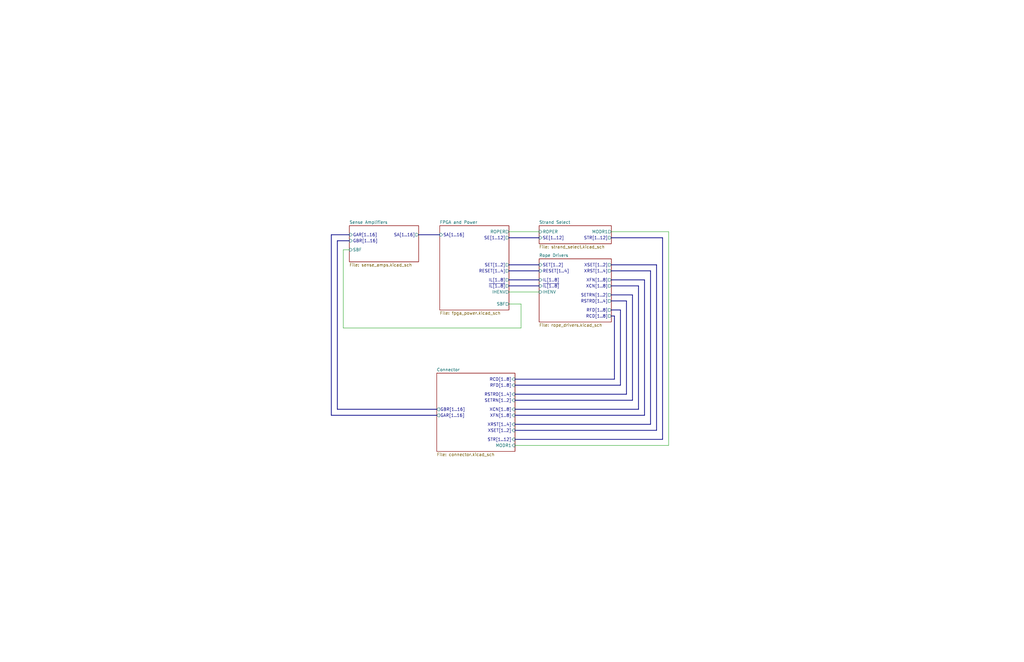
<source format=kicad_sch>
(kicad_sch (version 20211123) (generator eeschema)
  (paper "USLedger")
  (lib_symbols)
  (bus (pts (xy 264.16 127) (xy 264.16 166.37)))
  (bus (pts (xy 261.62 162.56) (xy 261.62 130.81)))
  (bus (pts (xy 276.86 181.61) (xy 217.17 181.61)))
  (bus (pts (xy 257.81 120.65) (xy 269.24 120.65)))
  (bus (pts (xy 257.81 100.33) (xy 279.4 100.33)))
  (bus (pts (xy 257.81 114.3) (xy 274.32 114.3)))
  (wire (pts (xy 214.63 128.27) (xy 219.71 128.27)))
  (bus (pts (xy 261.62 130.81) (xy 257.81 130.81)))
  (bus (pts (xy 266.7 168.91) (xy 217.17 168.91)))
  (bus (pts (xy 259.08 160.02) (xy 217.17 160.02)))
  (wire (pts (xy 281.94 187.96) (xy 281.94 97.79)))
  (wire (pts (xy 144.78 105.41) (xy 144.78 138.43)))
  (bus (pts (xy 274.32 179.07) (xy 217.17 179.07)))
  (bus (pts (xy 214.63 118.11) (xy 227.33 118.11)))
  (bus (pts (xy 271.78 118.11) (xy 271.78 175.26)))
  (bus (pts (xy 227.33 100.33) (xy 214.63 100.33)))
  (wire (pts (xy 214.63 97.79) (xy 227.33 97.79)))
  (bus (pts (xy 259.08 133.35) (xy 259.08 160.02)))
  (bus (pts (xy 214.63 114.3) (xy 227.33 114.3)))
  (wire (pts (xy 214.63 123.19) (xy 227.33 123.19)))
  (bus (pts (xy 264.16 166.37) (xy 217.17 166.37)))
  (bus (pts (xy 279.4 185.42) (xy 217.17 185.42)))
  (bus (pts (xy 184.15 175.26) (xy 139.7 175.26)))
  (bus (pts (xy 271.78 175.26) (xy 217.17 175.26)))
  (bus (pts (xy 269.24 120.65) (xy 269.24 172.72)))
  (bus (pts (xy 257.81 124.46) (xy 266.7 124.46)))
  (bus (pts (xy 279.4 100.33) (xy 279.4 185.42)))
  (wire (pts (xy 219.71 138.43) (xy 144.78 138.43)))
  (bus (pts (xy 266.7 124.46) (xy 266.7 168.91)))
  (bus (pts (xy 217.17 162.56) (xy 261.62 162.56)))
  (bus (pts (xy 142.24 172.72) (xy 142.24 101.6)))
  (wire (pts (xy 219.71 128.27) (xy 219.71 138.43)))
  (bus (pts (xy 276.86 111.76) (xy 276.86 181.61)))
  (bus (pts (xy 257.81 127) (xy 264.16 127)))
  (bus (pts (xy 214.63 111.76) (xy 227.33 111.76)))
  (bus (pts (xy 139.7 99.06) (xy 147.32 99.06)))
  (bus (pts (xy 139.7 175.26) (xy 139.7 99.06)))
  (bus (pts (xy 257.81 111.76) (xy 276.86 111.76)))
  (bus (pts (xy 214.63 120.65) (xy 227.33 120.65)))
  (wire (pts (xy 217.17 187.96) (xy 281.94 187.96)))
  (bus (pts (xy 176.53 99.06) (xy 185.42 99.06)))
  (bus (pts (xy 142.24 101.6) (xy 147.32 101.6)))
  (bus (pts (xy 257.81 118.11) (xy 271.78 118.11)))
  (wire (pts (xy 144.78 105.41) (xy 147.32 105.41)))
  (bus (pts (xy 257.81 133.35) (xy 259.08 133.35)))
  (bus (pts (xy 184.15 172.72) (xy 142.24 172.72)))
  (bus (pts (xy 269.24 172.72) (xy 217.17 172.72)))
  (wire (pts (xy 281.94 97.79) (xy 257.81 97.79)))
  (bus (pts (xy 274.32 114.3) (xy 274.32 179.07)))
  (sheet (at 227.33 109.22) (size 30.48 26.67)
    (property "Sheet name" "Rope Drivers" (at 227.33 108.5084 0) (effects (justify left bottom)))
    (property "Sheet file" "rope_drivers.kicad_sch" (at 227.33 136.4746 0) (effects (justify left top)))
    (pin "IHENV" input (at 227.33 123.19 180))
    (pin "SET[1..2]" input (at 227.33 111.76 180))
    (pin "RESET[1..4]" input (at 227.33 114.3 180))
    (pin "XRST[1..4]" output (at 257.81 114.3 0))
    (pin "XSET[1..2]" output (at 257.81 111.76 0))
    (pin "IL[1..8]" input (at 227.33 118.11 180))
    (pin "~{IL[1..8]}" input (at 227.33 120.65 180))
    (pin "XFN[1..8]" output (at 257.81 118.11 0))
    (pin "XCN[1..8]" output (at 257.81 120.65 0))
    (pin "RFD[1..8]" output (at 257.81 130.81 0))
    (pin "RCD[1..8]" output (at 257.81 133.35 0))
    (pin "SETRN[1..2]" output (at 257.81 124.46 0))
    (pin "RSTRD[1..4]" output (at 257.81 127 0))
  )
  (sheet (at 184.15 157.48) (size 33.02 33.02)
    (property "Sheet name" "Connector" (at 184.15 156.7684 0) (effects (justify left bottom)))
    (property "Sheet file" "connector.kicad_sch" (at 184.15 191.0846 0) (effects (justify left top)))
    (pin "GBR[1..16]" output (at 184.15 172.72 180))
    (pin "GAR[1..16]" output (at 184.15 175.26 180))
    (pin "XSET[1..2]" input (at 217.17 181.61 0))
    (pin "XRST[1..4]" input (at 217.17 179.07 0))
    (pin "XFN[1..8]" input (at 217.17 175.26 0))
    (pin "XCN[1..8]" input (at 217.17 172.72 0))
    (pin "MODR1" input (at 217.17 187.96 0))
    (pin "STR[1..12]" input (at 217.17 185.42 0))
    (pin "SETRN[1..2]" input (at 217.17 168.91 0))
    (pin "RSTRD[1..4]" input (at 217.17 166.37 0))
    (pin "RFD[1..8]" input (at 217.17 162.56 0))
    (pin "RCD[1..8]" input (at 217.17 160.02 0))
  )
  (sheet (at 147.32 95.25) (size 29.21 15.24)
    (property "Sheet name" "Sense Amplifiers" (at 147.32 94.5384 0) (effects (justify left bottom)))
    (property "Sheet file" "sense_amps.kicad_sch" (at 147.32 111.0746 0) (effects (justify left top)))
    (pin "SBF" input (at 147.32 105.41 180))
    (pin "GAR[1..16]" input (at 147.32 99.06 180))
    (pin "GBR[1..16]" input (at 147.32 101.6 180))
    (pin "SA[1..16]" output (at 176.53 99.06 0))
  )
  (sheet (at 227.33 95.25) (size 30.48 7.62)
    (property "Sheet name" "Strand Select" (at 227.33 94.5384 0) (effects (justify left bottom)))
    (property "Sheet file" "strand_select.kicad_sch" (at 227.33 103.4546 0) (effects (justify left top)))
    (pin "STR[1..12]" output (at 257.81 100.33 0))
    (pin "ROPER" input (at 227.33 97.79 180))
    (pin "MODR1" output (at 257.81 97.79 0))
    (pin "SE[1..12]" input (at 227.33 100.33 180))
  )
  (sheet (at 185.42 95.25) (size 29.21 35.56)
    (property "Sheet name" "FPGA and Power" (at 185.42 94.5384 0) (effects (justify left bottom)))
    (property "Sheet file" "fpga_power.kicad_sch" (at 185.42 131.3946 0) (effects (justify left top)))
    (pin "SA[1..16]" input (at 185.42 99.06 180))
    (pin "SE[1..12]" output (at 214.63 100.33 0))
    (pin "SET[1..2]" output (at 214.63 111.76 0))
    (pin "RESET[1..4]" output (at 214.63 114.3 0))
    (pin "IL[1..8]" output (at 214.63 118.11 0))
    (pin "~{IL[1..8]}" output (at 214.63 120.65 0))
    (pin "ROPER" output (at 214.63 97.79 0))
    (pin "SBF" output (at 214.63 128.27 0))
    (pin "IHENV" output (at 214.63 123.19 0))
  )
)
</source>
